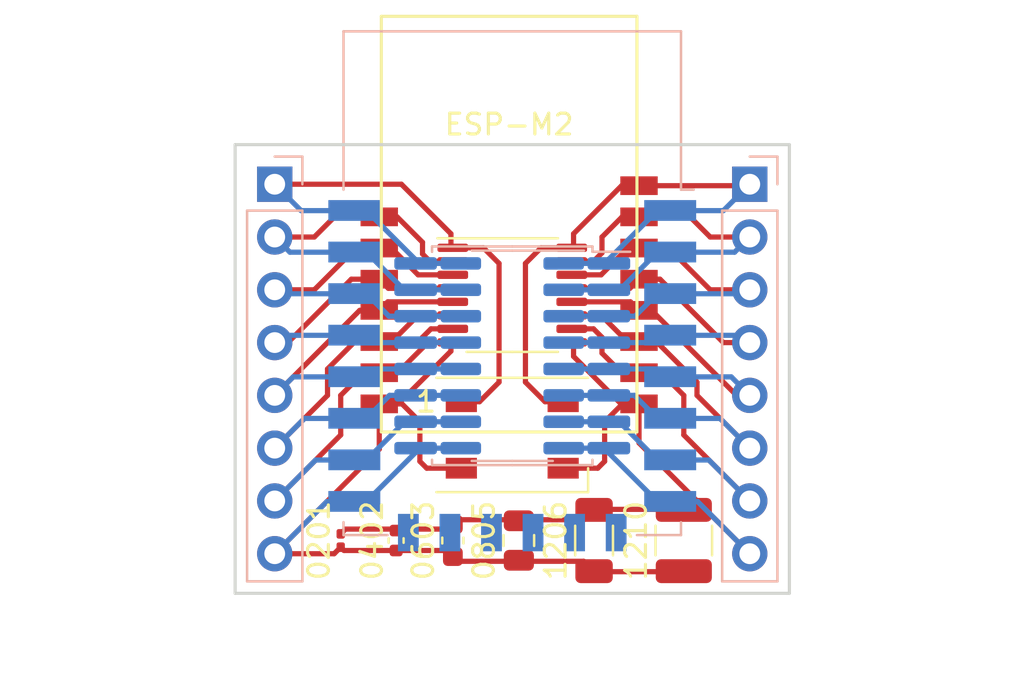
<source format=kicad_pcb>
(kicad_pcb (version 20211014) (generator pcbnew)
  (layers (0 "F.Cu" signal) (31 "B.Cu" signal) (34 "B.Paste" user) (35 "F.Paste" user) (36 "B.SilkS" user "B.Silkscreen") (37 "F.SilkS" user "F.Silkscreen") (38 "B.Mask" user) (39 "F.Mask" user) (44 "Edge.Cuts" user))
  (net 0 "")
  (footprint "Package_SO:TSSOP-16_4.4x5mm_P0.65mm" (layer "F.Cu") (at 152.4 80.264)
    (fp_text reference "REF**" hide)
    (fp_text value "TSSOP-16_4.4x5mm_P0.65mm")
    (fp_line (start 0 -2.735) (end -3.6 -2.735) (layer "F.SilkS") (width 0.12))
    (fp_line (start 0 2.735) (end -2.2 2.735) (layer "F.SilkS") (width 0.12))
    (fp_line (start 0 -2.735) (end 2.2 -2.735) (layer "F.SilkS") (width 0.12))
    (fp_line (start 0 2.735) (end 2.2 2.735) (layer "F.SilkS") (width 0.12))
    (pad "1" smd roundrect (at -2.8625 -2.275) (size 1.475 0.4) (layers "F.Cu" "F.Paste" "F.Mask"))
    (pad "2" smd roundrect (at -2.8625 -1.625) (size 1.475 0.4) (layers "F.Cu" "F.Paste" "F.Mask"))
    (pad "3" smd roundrect (at -2.8625 -0.975) (size 1.475 0.4) (layers "F.Cu" "F.Paste" "F.Mask"))
    (pad "4" smd roundrect (at -2.8625 -0.325) (size 1.475 0.4) (layers "F.Cu" "F.Paste" "F.Mask"))
    (pad "5" smd roundrect (at -2.8625 0.325) (size 1.475 0.4) (layers "F.Cu" "F.Paste" "F.Mask"))
    (pad "6" smd roundrect (at -2.8625 0.975) (size 1.475 0.4) (layers "F.Cu" "F.Paste" "F.Mask"))
    (pad "7" smd roundrect (at -2.8625 1.625) (size 1.475 0.4) (layers "F.Cu" "F.Paste" "F.Mask"))
    (pad "8" smd roundrect (at -2.8625 2.275) (size 1.475 0.4) (layers "F.Cu" "F.Paste" "F.Mask"))
    (pad "9" smd roundrect (at 2.8625 2.275) (size 1.475 0.4) (layers "F.Cu" "F.Paste" "F.Mask"))
    (pad "10" smd roundrect (at 2.8625 1.625) (size 1.475 0.4) (layers "F.Cu" "F.Paste" "F.Mask"))
    (pad "11" smd roundrect (at 2.8625 0.975) (size 1.475 0.4) (layers "F.Cu" "F.Paste" "F.Mask"))
    (pad "12" smd roundrect (at 2.8625 0.325) (size 1.475 0.4) (layers "F.Cu" "F.Paste" "F.Mask"))
    (pad "13" smd roundrect (at 2.8625 -0.325) (size 1.475 0.4) (layers "F.Cu" "F.Paste" "F.Mask"))
    (pad "14" smd roundrect (at 2.8625 -0.975) (size 1.475 0.4) (layers "F.Cu" "F.Paste" "F.Mask"))
    (pad "15" smd roundrect (at 2.8625 -1.625) (size 1.475 0.4) (layers "F.Cu" "F.Paste" "F.Mask"))
    (pad "16" smd roundrect (at 2.8625 -2.275) (size 1.475 0.4) (layers "F.Cu" "F.Paste" "F.Mask"))
  )
  (footprint "Capacitor_SMD:C_0201_0603Metric" (layer "F.Cu") (at 144.145 92.075 90)
    (fp_text reference "0201" (at 0 -1.05 90) (layer "F.SilkS"))
    (fp_text value "C_0201_0603Metric")
    (pad "1" smd roundrect (at -0.32 0 90) (size 0.46 0.4) (layers "F.Cu" "F.Mask"))
    (pad "2" smd roundrect (at 0.32 0 90) (size 0.46 0.4) (layers "F.Cu" "F.Mask"))
  )
  (footprint "Capacitor_SMD:C_0402_1005Metric" (layer "F.Cu") (at 146.812 92.075 90)
    (fp_text reference "0402" (at 0 -1.16 90) (layer "F.SilkS"))
    (fp_text value "C_0402_1005Metric")
    (fp_line (start -0.107836 -0.36) (end 0.107836 -0.36) (layer "F.SilkS") (width 0.12))
    (fp_line (start -0.107836 0.36) (end 0.107836 0.36) (layer "F.SilkS") (width 0.12))
    (pad "1" smd roundrect (at -0.48 0 90) (size 0.56 0.62) (layers "F.Cu" "F.Paste" "F.Mask"))
    (pad "2" smd roundrect (at 0.48 0 90) (size 0.56 0.62) (layers "F.Cu" "F.Paste" "F.Mask"))
  )
  (footprint "Capacitor_SMD:C_0603_1608Metric" (layer "F.Cu") (at 149.5425 92.075 90)
    (fp_text reference "0603" (at 0 -1.43 90) (layer "F.SilkS"))
    (fp_text value "C_0603_1608Metric")
    (fp_line (start -0.14058 -0.51) (end 0.14058 -0.51) (layer "F.SilkS") (width 0.12))
    (fp_line (start -0.14058 0.51) (end 0.14058 0.51) (layer "F.SilkS") (width 0.12))
    (pad "1" smd roundrect (at -0.775 0 90) (size 0.9 0.95) (layers "F.Cu" "F.Paste" "F.Mask"))
    (pad "2" smd roundrect (at 0.775 0 90) (size 0.9 0.95) (layers "F.Cu" "F.Paste" "F.Mask"))
  )
  (footprint "Capacitor_SMD:C_0805_2012Metric" (layer "F.Cu") (at 152.7175 92.075 90)
    (fp_text reference "0805" (at 0 -1.68 90) (layer "F.SilkS"))
    (fp_text value "C_0805_2012Metric")
    (fp_line (start -0.261252 0.735) (end 0.261252 0.735) (layer "F.SilkS") (width 0.12))
    (fp_line (start -0.261252 -0.735) (end 0.261252 -0.735) (layer "F.SilkS") (width 0.12))
    (pad "1" smd roundrect (at -0.95 0 90) (size 1 1.45) (layers "F.Cu" "F.Paste" "F.Mask"))
    (pad "2" smd roundrect (at 0.95 0 90) (size 1 1.45) (layers "F.Cu" "F.Paste" "F.Mask"))
  )
  (footprint "Capacitor_SMD:C_1206_3216Metric" (layer "F.Cu") (at 156.337 92.075 90)
    (fp_text reference "1206" (at 0 -1.85 90) (layer "F.SilkS"))
    (fp_text value "C_1206_3216Metric")
    (fp_line (start -0.711252 -0.91) (end 0.711252 -0.91) (layer "F.SilkS") (width 0.12))
    (fp_line (start -0.711252 0.91) (end 0.711252 0.91) (layer "F.SilkS") (width 0.12))
    (pad "1" smd roundrect (at -1.475 0 90) (size 1.15 1.8) (layers "F.Cu" "F.Paste" "F.Mask") (roundrect_rratio 0.217391))
    (pad "2" smd roundrect (at 1.475 0 90) (size 1.15 1.8) (layers "F.Cu" "F.Paste" "F.Mask") (roundrect_rratio 0.217391))
  )
  (footprint "Capacitor_SMD:C_1210_3225Metric" (layer "F.Cu") (at 160.655 92.075 90)
    (fp_text reference "1210" (at 0 -2.3 90) (layer "F.SilkS"))
    (fp_text value "C_1210_3225Metric")
    (fp_line (start -0.711252 -1.36) (end 0.711252 -1.36) (layer "F.SilkS") (width 0.12))
    (fp_line (start -0.711252 1.36) (end 0.711252 1.36) (layer "F.SilkS") (width 0.12))
    (pad "1" smd roundrect (at -1.475 0 90) (size 1.15 2.7) (layers "F.Cu" "F.Paste" "F.Mask") (roundrect_rratio 0.217391))
    (pad "2" smd roundrect (at 1.475 0 90) (size 1.15 2.7) (layers "F.Cu" "F.Paste" "F.Mask") (roundrect_rratio 0.217391))
  )
  (footprint "Sassa:ESP-M2" (layer "F.Cu") (at 146 76.5)
    (fp_text reference "ESP-M2" (at 6.25 -4.445) (layer "F.SilkS"))
    (fp_text value "ESP-M2")
    (fp_line (start 0.1 -9.65) (end 12.4 -9.65) (layer "F.SilkS") (width 0.15))
    (fp_line (start 0.1 10.35) (end 12.4 10.35) (layer "F.SilkS") (width 0.15))
    (fp_line (start 0.1 10.35) (end 0.1 -9.65) (layer "F.SilkS") (width 0.15))
    (fp_line (start 12.4 -9.65) (end 12.4 10.35) (layer "F.SilkS") (width 0.15))
    (pad "1" smd rect (at 0 0) (size 1.8 0.9) (layers "F.Cu" "F.Paste" "F.Mask"))
    (pad "2" smd rect (at 0 1.5) (size 1.8 0.9) (layers "F.Cu" "F.Paste" "F.Mask"))
    (pad "3" smd rect (at 0 3) (size 1.8 0.9) (layers "F.Cu" "F.Paste" "F.Mask"))
    (pad "4" smd rect (at 0 4.5) (size 1.8 0.9) (layers "F.Cu" "F.Paste" "F.Mask"))
    (pad "5" smd rect (at 0 6) (size 1.8 0.9) (layers "F.Cu" "F.Paste" "F.Mask"))
    (pad "6" smd rect (at 0 7.5) (size 1.8 0.9) (layers "F.Cu" "F.Paste" "F.Mask"))
    (pad "7" smd rect (at 0 9) (size 1.8 0.9) (layers "F.Cu" "F.Paste" "F.Mask"))
    (pad "8" smd rect (at 12.5 9) (size 1.8 0.9) (layers "F.Cu" "F.Paste" "F.Mask"))
    (pad "9" smd rect (at 12.5 7.5) (size 1.8 0.9) (layers "F.Cu" "F.Paste" "F.Mask"))
    (pad "10" smd rect (at 12.5 6) (size 1.8 0.9) (layers "F.Cu" "F.Paste" "F.Mask"))
    (pad "11" smd rect (at 12.5 4.5) (size 1.8 0.9) (layers "F.Cu" "F.Paste" "F.Mask"))
    (pad "12" smd rect (at 12.5 3) (size 1.8 0.9) (layers "F.Cu" "F.Paste" "F.Mask"))
    (pad "13" smd rect (at 12.5 1.5) (size 1.8 0.9) (layers "F.Cu" "F.Paste" "F.Mask"))
    (pad "14" smd rect (at 12.5 0) (size 1.8 0.9) (layers "F.Cu" "F.Paste" "F.Mask"))
    (pad "15" smd rect (at 12.5 -1.5) (size 1.8 0.9) (layers "F.Cu" "F.Paste" "F.Mask"))
  )
  (footprint "LED_SMD:LED_WS2812B_PLCC4_5.0x5.0mm_P3.2mm" (layer "F.Cu") (at 152.4 86.995)
    (fp_text reference "REF**" hide)
    (fp_text value "LED_WS2812B_PLCC4_5.0x5.0mm_P3.2mm")
    (fp_text user "1" (at -4.15 -1.6) (layer "F.SilkS"))
    (fp_line (start -3.65 -2.75) (end 3.65 -2.75) (layer "F.SilkS") (width 0.12))
    (fp_line (start -3.65 2.75) (end 3.65 2.75) (layer "F.SilkS") (width 0.12))
    (fp_line (start 3.65 2.75) (end 3.65 1.6) (layer "F.SilkS") (width 0.12))
    (pad "1" smd rect (at -2.45 -1.6) (size 1.5 1) (layers "F.Cu" "F.Paste" "F.Mask"))
    (pad "2" smd rect (at -2.45 1.6) (size 1.5 1) (layers "F.Cu" "F.Paste" "F.Mask"))
    (pad "3" smd rect (at 2.45 1.6) (size 1.5 1) (layers "F.Cu" "F.Paste" "F.Mask"))
    (pad "4" smd rect (at 2.45 -1.6) (size 1.5 1) (layers "F.Cu" "F.Paste" "F.Mask"))
  )
  (footprint "RF_Module:ESP-12E" (layer "B.Cu") (at 152.4 79.6925 180)
    (fp_text reference "REF**" hide)
    (fp_text value "ESP-12E")
    (fp_line (start -8.12 -12.12) (end -8.12 -11.5) (layer "B.SilkS") (width 0.12))
    (fp_line (start 8.12 -12.12) (end 6 -12.12) (layer "B.SilkS") (width 0.12))
    (fp_line (start -8.12 4.5) (end -8.12 12.12) (layer "B.SilkS") (width 0.12))
    (fp_line (start 8.12 12.12) (end 8.12 4.5) (layer "B.SilkS") (width 0.12))
    (fp_line (start 8.12 -11.5) (end 8.12 -12.12) (layer "B.SilkS") (width 0.12))
    (fp_line (start -6 -12.12) (end -8.12 -12.12) (layer "B.SilkS") (width 0.12))
    (fp_line (start -8.12 12.12) (end 8.12 12.12) (layer "B.SilkS") (width 0.12))
    (fp_line (start -8.12 4.5) (end -8.73 4.5) (layer "B.SilkS") (width 0.12))
    (pad "1" smd rect (at -7.6 3.5 180) (size 2.5 1) (layers "B.Cu" "B.Paste" "B.Mask"))
    (pad "2" smd rect (at -7.6 1.5 180) (size 2.5 1) (layers "B.Cu" "B.Paste" "B.Mask"))
    (pad "3" smd rect (at -7.6 -0.5 180) (size 2.5 1) (layers "B.Cu" "B.Paste" "B.Mask"))
    (pad "4" smd rect (at -7.6 -2.5 180) (size 2.5 1) (layers "B.Cu" "B.Paste" "B.Mask"))
    (pad "5" smd rect (at -7.6 -4.5 180) (size 2.5 1) (layers "B.Cu" "B.Paste" "B.Mask"))
    (pad "6" smd rect (at -7.6 -6.5 180) (size 2.5 1) (layers "B.Cu" "B.Paste" "B.Mask"))
    (pad "7" smd rect (at -7.6 -8.5 180) (size 2.5 1) (layers "B.Cu" "B.Paste" "B.Mask"))
    (pad "8" smd rect (at -7.6 -10.5 180) (size 2.5 1) (layers "B.Cu" "B.Paste" "B.Mask"))
    (pad "9" smd rect (at -5 -12 180) (size 1 1.8) (layers "B.Cu" "B.Paste" "B.Mask"))
    (pad "10" smd rect (at -3 -12 180) (size 1 1.8) (layers "B.Cu" "B.Paste" "B.Mask"))
    (pad "11" smd rect (at -1 -12 180) (size 1 1.8) (layers "B.Cu" "B.Paste" "B.Mask"))
    (pad "12" smd rect (at 1 -12 180) (size 1 1.8) (layers "B.Cu" "B.Paste" "B.Mask"))
    (pad "13" smd rect (at 3 -12 180) (size 1 1.8) (layers "B.Cu" "B.Paste" "B.Mask"))
    (pad "14" smd rect (at 5 -12 180) (size 1 1.8) (layers "B.Cu" "B.Paste" "B.Mask"))
    (pad "15" smd rect (at 7.6 -10.5 180) (size 2.5 1) (layers "B.Cu" "B.Paste" "B.Mask"))
    (pad "16" smd rect (at 7.6 -8.5 180) (size 2.5 1) (layers "B.Cu" "B.Paste" "B.Mask"))
    (pad "17" smd rect (at 7.6 -6.5 180) (size 2.5 1) (layers "B.Cu" "B.Paste" "B.Mask"))
    (pad "18" smd rect (at 7.6 -4.5 180) (size 2.5 1) (layers "B.Cu" "B.Paste" "B.Mask"))
    (pad "19" smd rect (at 7.6 -2.5 180) (size 2.5 1) (layers "B.Cu" "B.Paste" "B.Mask"))
    (pad "20" smd rect (at 7.6 -0.5 180) (size 2.5 1) (layers "B.Cu" "B.Paste" "B.Mask"))
    (pad "21" smd rect (at 7.6 1.5 180) (size 2.5 1) (layers "B.Cu" "B.Paste" "B.Mask"))
    (pad "22" smd rect (at 7.6 3.5 180) (size 2.5 1) (layers "B.Cu" "B.Paste" "B.Mask"))
  )
  (footprint "Connector_PinHeader_2.54mm:PinHeader_1x08_P2.54mm_Vertical" (layer "B.Cu") (at 163.83 74.93 180)
    (fp_text reference "REF**" hide)
    (fp_text value "PinHeader_1x08_P2.54mm_Vertical")
    (fp_line (start -1.33 1.33) (end 0 1.33) (layer "B.SilkS") (width 0.12))
    (fp_line (start -1.33 -19.11) (end 1.33 -19.11) (layer "B.SilkS") (width 0.12))
    (fp_line (start 1.33 -1.27) (end 1.33 -19.11) (layer "B.SilkS") (width 0.12))
    (fp_line (start -1.33 0) (end -1.33 1.33) (layer "B.SilkS") (width 0.12))
    (fp_line (start -1.33 -1.27) (end -1.33 -19.11) (layer "B.SilkS") (width 0.12))
    (fp_line (start -1.33 -1.27) (end 1.33 -1.27) (layer "B.SilkS") (width 0.12))
    (pad "1" thru_hole rect (at 0 0 180) (size 1.7 1.7) (drill 1) (layers *.Cu *.Mask))
    (pad "2" thru_hole oval (at 0 -2.54 180) (size 1.7 1.7) (drill 1) (layers *.Cu *.Mask))
    (pad "3" thru_hole oval (at 0 -5.08 180) (size 1.7 1.7) (drill 1) (layers *.Cu *.Mask))
    (pad "4" thru_hole oval (at 0 -7.62 180) (size 1.7 1.7) (drill 1) (layers *.Cu *.Mask))
    (pad "5" thru_hole oval (at 0 -10.16 180) (size 1.7 1.7) (drill 1) (layers *.Cu *.Mask))
    (pad "6" thru_hole oval (at 0 -12.7 180) (size 1.7 1.7) (drill 1) (layers *.Cu *.Mask))
    (pad "7" thru_hole oval (at 0 -15.24 180) (size 1.7 1.7) (drill 1) (layers *.Cu *.Mask))
    (pad "8" thru_hole oval (at 0 -17.78 180) (size 1.7 1.7) (drill 1) (layers *.Cu *.Mask))
  )
  (footprint "Connector_PinHeader_2.54mm:PinHeader_1x08_P2.54mm_Vertical" (layer "B.Cu") (at 140.97 74.93 180)
    (fp_text reference "REF**" hide)
    (fp_text value "PinHeader_1x08_P2.54mm_Vertical")
    (fp_line (start -1.33 0) (end -1.33 1.33) (layer "B.SilkS") (width 0.12))
    (fp_line (start -1.33 -1.27) (end 1.33 -1.27) (layer "B.SilkS") (width 0.12))
    (fp_line (start 1.33 -1.27) (end 1.33 -19.11) (layer "B.SilkS") (width 0.12))
    (fp_line (start -1.33 -1.27) (end -1.33 -19.11) (layer "B.SilkS") (width 0.12))
    (fp_line (start -1.33 1.33) (end 0 1.33) (layer "B.SilkS") (width 0.12))
    (fp_line (start -1.33 -19.11) (end 1.33 -19.11) (layer "B.SilkS") (width 0.12))
    (pad "1" thru_hole rect (at 0 0 180) (size 1.7 1.7) (drill 1) (layers *.Cu *.Mask))
    (pad "2" thru_hole oval (at 0 -2.54 180) (size 1.7 1.7) (drill 1) (layers *.Cu *.Mask))
    (pad "3" thru_hole oval (at 0 -5.08 180) (size 1.7 1.7) (drill 1) (layers *.Cu *.Mask))
    (pad "4" thru_hole oval (at 0 -7.62 180) (size 1.7 1.7) (drill 1) (layers *.Cu *.Mask))
    (pad "5" thru_hole oval (at 0 -10.16 180) (size 1.7 1.7) (drill 1) (layers *.Cu *.Mask))
    (pad "6" thru_hole oval (at 0 -12.7 180) (size 1.7 1.7) (drill 1) (layers *.Cu *.Mask))
    (pad "7" thru_hole oval (at 0 -15.24 180) (size 1.7 1.7) (drill 1) (layers *.Cu *.Mask))
    (pad "8" thru_hole oval (at 0 -17.78 180) (size 1.7 1.7) (drill 1) (layers *.Cu *.Mask))
  )
  (footprint "Package_SO:SOIC-16_3.9x9.9mm_P1.27mm" (layer "B.Cu") (at 152.4 83.185 180)
    (fp_text reference "REF**" hide)
    (fp_text value "SOIC-16_3.9x9.9mm_P1.27mm")
    (fp_line (start 0 -5.06) (end 1.95 -5.06) (layer "B.SilkS") (width 0.12))
    (fp_line (start 0 5.06) (end 1.95 5.06) (layer "B.SilkS") (width 0.12))
    (fp_line (start 0 5.06) (end -3.45 5.06) (layer "B.SilkS") (width 0.12))
    (fp_line (start 0 -5.06) (end -1.95 -5.06) (layer "B.SilkS") (width 0.12))
    (pad "1" smd roundrect (at -2.475 4.445 180) (size 1.95 0.6) (layers "B.Cu" "B.Paste" "B.Mask"))
    (pad "2" smd roundrect (at -2.475 3.175 180) (size 1.95 0.6) (layers "B.Cu" "B.Paste" "B.Mask"))
    (pad "3" smd roundrect (at -2.475 1.905 180) (size 1.95 0.6) (layers "B.Cu" "B.Paste" "B.Mask"))
    (pad "4" smd roundrect (at -2.475 0.635 180) (size 1.95 0.6) (layers "B.Cu" "B.Paste" "B.Mask"))
    (pad "5" smd roundrect (at -2.475 -0.635 180) (size 1.95 0.6) (layers "B.Cu" "B.Paste" "B.Mask"))
    (pad "6" smd roundrect (at -2.475 -1.905 180) (size 1.95 0.6) (layers "B.Cu" "B.Paste" "B.Mask"))
    (pad "7" smd roundrect (at -2.475 -3.175 180) (size 1.95 0.6) (layers "B.Cu" "B.Paste" "B.Mask"))
    (pad "8" smd roundrect (at -2.475 -4.445 180) (size 1.95 0.6) (layers "B.Cu" "B.Paste" "B.Mask"))
    (pad "9" smd roundrect (at 2.475 -4.445 180) (size 1.95 0.6) (layers "B.Cu" "B.Paste" "B.Mask"))
    (pad "10" smd roundrect (at 2.475 -3.175 180) (size 1.95 0.6) (layers "B.Cu" "B.Paste" "B.Mask"))
    (pad "11" smd roundrect (at 2.475 -1.905 180) (size 1.95 0.6) (layers "B.Cu" "B.Paste" "B.Mask"))
    (pad "12" smd roundrect (at 2.475 -0.635 180) (size 1.95 0.6) (layers "B.Cu" "B.Paste" "B.Mask"))
    (pad "13" smd roundrect (at 2.475 0.635 180) (size 1.95 0.6) (layers "B.Cu" "B.Paste" "B.Mask"))
    (pad "14" smd roundrect (at 2.475 1.905 180) (size 1.95 0.6) (layers "B.Cu" "B.Paste" "B.Mask"))
    (pad "15" smd roundrect (at 2.475 3.175 180) (size 1.95 0.6) (layers "B.Cu" "B.Paste" "B.Mask"))
    (pad "16" smd roundrect (at 2.475 4.445 180) (size 1.95 0.6) (layers "B.Cu" "B.Paste" "B.Mask"))
  )
  (footprint "Package_SO:SOIC-16W_7.5x10.3mm_P1.27mm" (layer "B.Cu") (at 152.4 83.185 180)
    (fp_text reference "REF**" hide)
    (fp_text value "SOIC-16W_7.5x10.3mm_P1.27mm")
    (fp_line (start 0 5.26) (end -3.86 5.26) (layer "B.SilkS") (width 0.12))
    (fp_line (start -3.86 -5.26) (end -3.86 -5.005) (layer "B.SilkS") (width 0.12))
    (fp_line (start -3.86 5.005) (end -5.675 5.005) (layer "B.SilkS") (width 0.12))
    (fp_line (start -3.86 5.26) (end -3.86 5.005) (layer "B.SilkS") (width 0.12))
    (fp_line (start 0 -5.26) (end -3.86 -5.26) (layer "B.SilkS") (width 0.12))
    (fp_line (start 0 -5.26) (end 3.86 -5.26) (layer "B.SilkS") (width 0.12))
    (fp_line (start 3.86 -5.26) (end 3.86 -5.005) (layer "B.SilkS") (width 0.12))
    (fp_line (start 3.86 5.26) (end 3.86 5.005) (layer "B.SilkS") (width 0.12))
    (fp_line (start 0 5.26) (end 3.86 5.26) (layer "B.SilkS") (width 0.12))
    (pad "1" smd roundrect (at -4.65 4.445 180) (size 2.05 0.6) (layers "B.Cu" "B.Paste" "B.Mask"))
    (pad "2" smd roundrect (at -4.65 3.175 180) (size 2.05 0.6) (layers "B.Cu" "B.Paste" "B.Mask"))
    (pad "3" smd roundrect (at -4.65 1.905 180) (size 2.05 0.6) (layers "B.Cu" "B.Paste" "B.Mask"))
    (pad "4" smd roundrect (at -4.65 0.635 180) (size 2.05 0.6) (layers "B.Cu" "B.Paste" "B.Mask"))
    (pad "5" smd roundrect (at -4.65 -0.635 180) (size 2.05 0.6) (layers "B.Cu" "B.Paste" "B.Mask"))
    (pad "6" smd roundrect (at -4.65 -1.905 180) (size 2.05 0.6) (layers "B.Cu" "B.Paste" "B.Mask"))
    (pad "7" smd roundrect (at -4.65 -3.175 180) (size 2.05 0.6) (layers "B.Cu" "B.Paste" "B.Mask"))
    (pad "8" smd roundrect (at -4.65 -4.445 180) (size 2.05 0.6) (layers "B.Cu" "B.Paste" "B.Mask"))
    (pad "9" smd roundrect (at 4.65 -4.445 180) (size 2.05 0.6) (layers "B.Cu" "B.Paste" "B.Mask"))
    (pad "10" smd roundrect (at 4.65 -3.175 180) (size 2.05 0.6) (layers "B.Cu" "B.Paste" "B.Mask"))
    (pad "11" smd roundrect (at 4.65 -1.905 180) (size 2.05 0.6) (layers "B.Cu" "B.Paste" "B.Mask"))
    (pad "12" smd roundrect (at 4.65 -0.635 180) (size 2.05 0.6) (layers "B.Cu" "B.Paste" "B.Mask"))
    (pad "13" smd roundrect (at 4.65 0.635 180) (size 2.05 0.6) (layers "B.Cu" "B.Paste" "B.Mask"))
    (pad "14" smd roundrect (at 4.65 1.905 180) (size 2.05 0.6) (layers "B.Cu" "B.Paste" "B.Mask"))
    (pad "15" smd roundrect (at 4.65 3.175 180) (size 2.05 0.6) (layers "B.Cu" "B.Paste" "B.Mask"))
    (pad "16" smd roundrect (at 4.65 4.445 180) (size 2.05 0.6) (layers "B.Cu" "B.Paste" "B.Mask"))
  )
  (gr_line (start 165.735 94.615) (end 139.065 94.615) (layer "Edge.Cuts") (width 0.15))
  (gr_line (start 139.065 73.025) (end 165.735 73.025) (layer "Edge.Cuts") (width 0.15))
  (gr_line (start 139.065 94.615) (end 139.065 73.025) (layer "Edge.Cuts") (width 0.15))
  (gr_line (start 165.735 73.025) (end 165.735 94.615) (layer "Edge.Cuts") (width 0.15))
  (segment (start 157.966 78) (end 158.5 78) (width 0.25) (layer "F.Cu") (net 0))
  (segment (start 157.688 76.5) (end 158.5 76.5) (width 0.25) (layer "F.Cu") (net 0))
  (segment (start 157.664 75) (end 155.35 77.314) (width 0.25) (layer "F.Cu") (net 0))
  (segment (start 155.35 77.314) (end 155.35 78.0525) (width 0.25) (layer "F.Cu") (net 0))
  (segment (start 147.066 74.93) (end 149.45 77.314) (width 0.25) (layer "F.Cu") (net 0))
  (segment (start 149.45 77.314) (end 149.45 78.0525) (width 0.25) (layer "F.Cu") (net 0))
  (segment (start 158.47 80.97) (end 158.5 81) (width 0.25) (layer "F.Cu") (net 0))
  (segment (start 158.061 79.939) (end 158.5 79.5) (width 0.25) (layer "F.Cu") (net 0))
  (segment (start 157.688 76.5) (end 158.5 76.5) (width 0.25) (layer "F.Cu") (net 0))
  (segment (start 156.311 78.639) (end 156.718 78.232) (width 0.25) (layer "F.Cu") (net 0))
  (segment (start 156.718 78.232) (end 156.718 77.47) (width 0.25) (layer "F.Cu") (net 0))
  (segment (start 156.718 77.47) (end 157.688 76.5) (width 0.25) (layer "F.Cu") (net 0))
  (segment (start 157.688 76.5) (end 158.5 76.5) (width 0.25) (layer "F.Cu") (net 0))
  (segment (start 156.677 79.289) (end 157.966 78) (width 0.25) (layer "F.Cu") (net 0))
  (segment (start 157.966 78) (end 158.5 78) (width 0.25) (layer "F.Cu") (net 0))
  (segment (start 156.677 81.239) (end 157.938 82.5) (width 0.25) (layer "F.Cu") (net 0))
  (segment (start 157.938 82.5) (end 158.5 82.5) (width 0.25) (layer "F.Cu") (net 0))
  (segment (start 156.311 81.889) (end 156.718 82.296) (width 0.25) (layer "F.Cu") (net 0))
  (segment (start 156.718 82.296) (end 156.718 83.058) (width 0.25) (layer "F.Cu") (net 0))
  (segment (start 156.718 83.058) (end 157.66 84) (width 0.25) (layer "F.Cu") (net 0))
  (segment (start 157.66 84) (end 158.5 84) (width 0.25) (layer "F.Cu") (net 0))
  (segment (start 157.636 85.5) (end 155.35 83.214) (width 0.25) (layer "F.Cu") (net 0))
  (segment (start 155.35 83.214) (end 155.35 82.539) (width 0.25) (layer "F.Cu") (net 0))
  (segment (start 146.91 85.5) (end 149.45 82.96) (width 0.25) (layer "F.Cu") (net 0))
  (segment (start 149.45 82.96) (end 149.45 82.539) (width 0.25) (layer "F.Cu") (net 0))
  (segment (start 148.437 78.639) (end 148.082 78.284) (width 0.25) (layer "F.Cu") (net 0))
  (segment (start 148.082 78.284) (end 148.082 77.724) (width 0.25) (layer "F.Cu") (net 0))
  (segment (start 148.082 77.724) (end 146.858 76.5) (width 0.25) (layer "F.Cu") (net 0))
  (segment (start 146.858 76.5) (end 146 76.5) (width 0.25) (layer "F.Cu") (net 0))
  (segment (start 147.869 79.289) (end 146.58 78) (width 0.25) (layer "F.Cu") (net 0))
  (segment (start 146.58 78) (end 146 78) (width 0.25) (layer "F.Cu") (net 0))
  (segment (start 146.439 79.939) (end 146 79.5) (width 0.25) (layer "F.Cu") (net 0))
  (segment (start 146.411 80.589) (end 146 81) (width 0.25) (layer "F.Cu") (net 0))
  (segment (start 147.869 81.239) (end 146.608 82.5) (width 0.25) (layer "F.Cu") (net 0))
  (segment (start 146.608 82.5) (end 146 82.5) (width 0.25) (layer "F.Cu") (net 0))
  (segment (start 148.489 81.889) (end 148.082 82.296) (width 0.25) (layer "F.Cu") (net 0))
  (segment (start 148.082 82.296) (end 148.082 82.804) (width 0.25) (layer "F.Cu") (net 0))
  (segment (start 148.082 82.804) (end 146.886 84) (width 0.25) (layer "F.Cu") (net 0))
  (segment (start 146.886 84) (end 146 84) (width 0.25) (layer "F.Cu") (net 0))
  (segment (start 159.565 84) (end 160.655 85.09) (width 0.25) (layer "F.Cu") (net 0))
  (segment (start 160.655 85.09) (end 160.655 86.995) (width 0.25) (layer "F.Cu") (net 0))
  (segment (start 160.655 86.995) (end 163.83 90.17) (width 0.25) (layer "F.Cu") (net 0))
  (segment (start 159.335 82.5) (end 161.29 84.455) (width 0.25) (layer "F.Cu") (net 0))
  (segment (start 161.29 84.455) (end 161.29 85.09) (width 0.25) (layer "F.Cu") (net 0))
  (segment (start 161.29 85.09) (end 163.83 87.63) (width 0.25) (layer "F.Cu") (net 0))
  (segment (start 159.51 79.5) (end 162.56 82.55) (width 0.25) (layer "F.Cu") (net 0))
  (segment (start 162.56 82.55) (end 163.83 82.55) (width 0.25) (layer "F.Cu") (net 0))
  (segment (start 159.915 78) (end 161.925 80.01) (width 0.25) (layer "F.Cu") (net 0))
  (segment (start 161.925 80.01) (end 163.83 80.01) (width 0.25) (layer "F.Cu") (net 0))
  (segment (start 160.955 76.5) (end 161.925 77.47) (width 0.25) (layer "F.Cu") (net 0))
  (segment (start 161.925 77.47) (end 163.83 77.47) (width 0.25) (layer "F.Cu") (net 0))
  (segment (start 163.76 75) (end 163.83 74.93) (width 0.25) (layer "F.Cu") (net 0))
  (segment (start 145.235 84) (end 144.145 85.09) (width 0.25) (layer "F.Cu") (net 0))
  (segment (start 144.145 85.09) (end 144.145 86.995) (width 0.25) (layer "F.Cu") (net 0))
  (segment (start 144.145 86.995) (end 140.97 90.17) (width 0.25) (layer "F.Cu") (net 0))
  (segment (start 144.83 82.5) (end 143.51 83.82) (width 0.25) (layer "F.Cu") (net 0))
  (segment (start 143.51 83.82) (end 143.51 85.09) (width 0.25) (layer "F.Cu") (net 0))
  (segment (start 143.51 85.09) (end 140.97 87.63) (width 0.25) (layer "F.Cu") (net 0))
  (segment (start 145.06 81) (end 140.97 85.09) (width 0.25) (layer "F.Cu") (net 0))
  (segment (start 144.655 79.5) (end 141.605 82.55) (width 0.25) (layer "F.Cu") (net 0))
  (segment (start 141.605 82.55) (end 140.97 82.55) (width 0.25) (layer "F.Cu") (net 0))
  (segment (start 144.885 78) (end 142.875 80.01) (width 0.25) (layer "F.Cu") (net 0))
  (segment (start 142.875 80.01) (end 140.97 80.01) (width 0.25) (layer "F.Cu") (net 0))
  (segment (start 143.845 76.5) (end 142.875 77.47) (width 0.25) (layer "F.Cu") (net 0))
  (segment (start 142.875 77.47) (end 140.97 77.47) (width 0.25) (layer "F.Cu") (net 0))
  (segment (start 151.014 77.989) (end 151.765 78.74) (width 0.25) (layer "F.Cu") (net 0))
  (segment (start 151.765 78.74) (end 151.765 84.455) (width 0.25) (layer "F.Cu") (net 0))
  (segment (start 153.786 77.989) (end 153.035 78.74) (width 0.25) (layer "F.Cu") (net 0))
  (segment (start 153.035 78.74) (end 153.035 84.455) (width 0.25) (layer "F.Cu") (net 0))
  (segment (start 150.825 85.395) (end 151.765 84.455) (width 0.25) (layer "F.Cu") (net 0))
  (segment (start 153.975 85.395) (end 153.035 84.455) (width 0.25) (layer "F.Cu") (net 0))
  (segment (start 156.515 88.595) (end 156.845 88.265) (width 0.25) (layer "F.Cu") (net 0))
  (segment (start 156.845 88.265) (end 156.845 86.36) (width 0.25) (layer "F.Cu") (net 0))
  (segment (start 156.845 86.36) (end 157.705 85.5) (width 0.25) (layer "F.Cu") (net 0))
  (segment (start 157.705 85.5) (end 158.5 85.5) (width 0.25) (layer "F.Cu") (net 0))
  (segment (start 148.285 88.595) (end 147.955 88.265) (width 0.25) (layer "F.Cu") (net 0))
  (segment (start 147.955 88.265) (end 147.955 86.36) (width 0.25) (layer "F.Cu") (net 0))
  (segment (start 147.955 86.36) (end 147.095 85.5) (width 0.25) (layer "F.Cu") (net 0))
  (segment (start 147.095 85.5) (end 146 85.5) (width 0.25) (layer "F.Cu") (net 0))
  (segment (start 158.5 85.5) (end 157.636 85.5) (width 0.25) (layer "F.Cu") (net 0))
  (segment (start 146 82.5) (end 144.83 82.5) (width 0.25) (layer "F.Cu") (net 0))
  (segment (start 143.83 92.71) (end 144.145 92.395) (width 0.25) (layer "F.Cu") (net 0))
  (segment (start 146 87.68) (end 140.97 92.71) (width 0.25) (layer "F.Cu") (net 0))
  (segment (start 155.35 80.589) (end 158.089 80.589) (width 0.25) (layer "F.Cu") (net 0))
  (segment (start 158.5 79.5) (end 159.51 79.5) (width 0.25) (layer "F.Cu") (net 0))
  (segment (start 149.3425 91.525) (end 144.375 91.525) (width 0.25) (layer "F.Cu") (net 0))
  (segment (start 149.45 77.989) (end 151.014 77.989) (width 0.25) (layer "F.Cu") (net 0))
  (segment (start 146 76.5) (end 143.845 76.5) (width 0.25) (layer "F.Cu") (net 0))
  (segment (start 149.9 88.595) (end 148.285 88.595) (width 0.25) (layer "F.Cu") (net 0))
  (segment (start 155.35 77.989) (end 153.786 77.989) (width 0.25) (layer "F.Cu") (net 0))
  (segment (start 149.45 79.289) (end 147.869 79.289) (width 0.25) (layer "F.Cu") (net 0))
  (segment (start 158.5 87.38) (end 163.83 92.71) (width 0.25) (layer "F.Cu") (net 0))
  (segment (start 159.105 81) (end 163.195 85.09) (width 0.25) (layer "F.Cu") (net 0))
  (segment (start 144.375 91.525) (end 144.145 91.755) (width 0.25) (layer "F.Cu") (net 0))
  (segment (start 160.655 90.575) (end 156.337 90.575) (width 0.25) (layer "F.Cu") (net 0))
  (segment (start 149.45 81.889) (end 148.489 81.889) (width 0.25) (layer "F.Cu") (net 0))
  (segment (start 155.35 81.889) (end 156.311 81.889) (width 0.25) (layer "F.Cu") (net 0))
  (segment (start 158.5 76.5) (end 160.955 76.5) (width 0.25) (layer "F.Cu") (net 0))
  (segment (start 149.7925 91.075) (end 149.3425 91.525) (width 0.25) (layer "F.Cu") (net 0))
  (segment (start 155.837 91.075) (end 149.7925 91.075) (width 0.25) (layer "F.Cu") (net 0))
  (segment (start 158.5 78) (end 159.915 78) (width 0.25) (layer "F.Cu") (net 0))
  (segment (start 146 79.5) (end 144.655 79.5) (width 0.25) (layer "F.Cu") (net 0))
  (segment (start 156.337 93.575) (end 160.655 93.575) (width 0.25) (layer "F.Cu") (net 0))
  (segment (start 146 85.5) (end 146 87.68) (width 0.25) (layer "F.Cu") (net 0))
  (segment (start 146 84) (end 145.235 84) (width 0.25) (layer "F.Cu") (net 0))
  (segment (start 158.5 84) (end 159.565 84) (width 0.25) (layer "F.Cu") (net 0))
  (segment (start 149.45 80.589) (end 146.411 80.589) (width 0.25) (layer "F.Cu") (net 0))
  (segment (start 140.97 74.93) (end 147.066 74.93) (width 0.25) (layer "F.Cu") (net 0))
  (segment (start 149.2725 92.555) (end 149.7925 93.075) (width 0.25) (layer "F.Cu") (net 0))
  (segment (start 146 78) (end 144.885 78) (width 0.25) (layer "F.Cu") (net 0))
  (segment (start 158.5 75) (end 157.664 75) (width 0.25) (layer "F.Cu") (net 0))
  (segment (start 149.45 81.239) (end 147.869 81.239) (width 0.25) (layer "F.Cu") (net 0))
  (segment (start 156.337 90.575) (end 155.837 91.075) (width 0.25) (layer "F.Cu") (net 0))
  (segment (start 158.5 85.5) (end 158.5 87.38) (width 0.25) (layer "F.Cu") (net 0))
  (segment (start 140.97 92.71) (end 143.83 92.71) (width 0.25) (layer "F.Cu") (net 0))
  (segment (start 149.7925 93.075) (end 155.837 93.075) (width 0.25) (layer "F.Cu") (net 0))
  (segment (start 149.45 79.939) (end 146.439 79.939) (width 0.25) (layer "F.Cu") (net 0))
  (segment (start 155.35 81.239) (end 156.677 81.239) (width 0.25) (layer "F.Cu") (net 0))
  (segment (start 146 85.5) (end 146.91 85.5) (width 0.25) (layer "F.Cu") (net 0))
  (segment (start 158.5 82.5) (end 159.335 82.5) (width 0.25) (layer "F.Cu") (net 0))
  (segment (start 158.089 80.589) (end 158.5 81) (width 0.25) (layer "F.Cu") (net 0))
  (segment (start 155.35 79.939) (end 158.061 79.939) (width 0.25) (layer "F.Cu") (net 0))
  (segment (start 158.5 75) (end 163.76 75) (width 0.25) (layer "F.Cu") (net 0))
  (segment (start 163.195 85.09) (end 163.83 85.09) (width 0.25) (layer "F.Cu") (net 0))
  (segment (start 154.9 85.395) (end 153.975 85.395) (width 0.25) (layer "F.Cu") (net 0))
  (segment (start 149.9 85.395) (end 150.825 85.395) (width 0.25) (layer "F.Cu") (net 0))
  (segment (start 155.837 93.075) (end 156.337 93.575) (width 0.25) (layer "F.Cu") (net 0))
  (segment (start 154.9 88.595) (end 156.515 88.595) (width 0.25) (layer "F.Cu") (net 0))
  (segment (start 155.35 79.289) (end 156.677 79.289) (width 0.25) (layer "F.Cu") (net 0))
  (segment (start 144.145 92.395) (end 144.305 92.555) (width 0.25) (layer "F.Cu") (net 0))
  (segment (start 146 81) (end 145.06 81) (width 0.25) (layer "F.Cu") (net 0))
  (segment (start 155.35 78.639) (end 156.311 78.639) (width 0.25) (layer "F.Cu") (net 0))
  (segment (start 144.305 92.555) (end 149.2725 92.555) (width 0.25) (layer "F.Cu") (net 0))
  (segment (start 149.45 78.639) (end 148.437 78.639) (width 0.25) (layer "F.Cu") (net 0))
  (segment (start 162.56 76.2) (end 163.83 74.93) (width 0.25) (layer "B.Cu") (net 0))
  (segment (start 163.1 78.2) (end 163.83 77.47) (width 0.25) (layer "B.Cu") (net 0))
  (segment (start 163.64 80.2) (end 163.83 80.01) (width 0.25) (layer "B.Cu") (net 0))
  (segment (start 163.48 82.2) (end 163.83 82.55) (width 0.25) (layer "B.Cu") (net 0))
  (segment (start 162.94 84.2) (end 163.83 85.09) (width 0.25) (layer "B.Cu") (net 0))
  (segment (start 162.4 86.2) (end 163.83 87.63) (width 0.25) (layer "B.Cu") (net 0))
  (segment (start 142.24 76.2) (end 140.97 74.93) (width 0.25) (layer "B.Cu") (net 0))
  (segment (start 141.7 78.2) (end 140.97 77.47) (width 0.25) (layer "B.Cu") (net 0))
  (segment (start 141.16 80.2) (end 140.97 80.01) (width 0.25) (layer "B.Cu") (net 0))
  (segment (start 141.32 82.2) (end 140.97 82.55) (width 0.25) (layer "B.Cu") (net 0))
  (segment (start 141.86 84.2) (end 140.97 85.09) (width 0.25) (layer "B.Cu") (net 0))
  (segment (start 142.4 86.2) (end 140.97 87.63) (width 0.25) (layer "B.Cu") (net 0))
  (segment (start 161.86 88.2) (end 163.83 90.17) (width 0.25) (layer "B.Cu") (net 0))
  (segment (start 161.32 90.2) (end 163.83 92.71) (width 0.25) (layer "B.Cu") (net 0))
  (segment (start 142.94 88.2) (end 140.97 90.17) (width 0.25) (layer "B.Cu") (net 0))
  (segment (start 143.48 90.2) (end 140.97 92.71) (width 0.25) (layer "B.Cu") (net 0))
  (segment (start 147.195 80.01) (end 145.385 78.2) (width 0.25) (layer "B.Cu") (net 0))
  (segment (start 146.465 81.28) (end 145.385 80.2) (width 0.25) (layer "B.Cu") (net 0))
  (segment (start 145.735 82.55) (end 145.385 82.2) (width 0.25) (layer "B.Cu") (net 0))
  (segment (start 145.765 83.82) (end 145.385 84.2) (width 0.25) (layer "B.Cu") (net 0))
  (segment (start 146.495 85.09) (end 145.385 86.2) (width 0.25) (layer "B.Cu") (net 0))
  (segment (start 147.225 86.36) (end 145.385 88.2) (width 0.25) (layer "B.Cu") (net 0))
  (segment (start 147.75 87.835) (end 145.385 90.2) (width 0.25) (layer "B.Cu") (net 0))
  (segment (start 157.05 87.865) (end 159.385 90.2) (width 0.25) (layer "B.Cu") (net 0))
  (segment (start 157.545 86.36) (end 159.385 88.2) (width 0.25) (layer "B.Cu") (net 0))
  (segment (start 158.275 85.09) (end 159.385 86.2) (width 0.25) (layer "B.Cu") (net 0))
  (segment (start 159.005 83.82) (end 159.385 84.2) (width 0.25) (layer "B.Cu") (net 0))
  (segment (start 159.035 82.55) (end 159.385 82.2) (width 0.25) (layer "B.Cu") (net 0))
  (segment (start 158.305 81.28) (end 159.385 80.2) (width 0.25) (layer "B.Cu") (net 0))
  (segment (start 157.575 80.01) (end 159.385 78.2) (width 0.25) (layer "B.Cu") (net 0))
  (segment (start 157.05 78.535) (end 159.385 76.2) (width 0.25) (layer "B.Cu") (net 0))
  (segment (start 147.75 78.565) (end 145.385 76.2) (width 0.25) (layer "B.Cu") (net 0))
  (segment (start 157.05 85.09) (end 158.275 85.09) (width 0.25) (layer "B.Cu") (net 0))
  (segment (start 157.05 80.01) (end 157.575 80.01) (width 0.25) (layer "B.Cu") (net 0))
  (segment (start 159.385 86.2) (end 162.4 86.2) (width 0.25) (layer "B.Cu") (net 0))
  (segment (start 149.7 86.36) (end 147.75 86.36) (width 0.25) (layer "B.Cu") (net 0))
  (segment (start 145.385 90.2) (end 143.48 90.2) (width 0.25) (layer "B.Cu") (net 0))
  (segment (start 157.05 87.63) (end 157.05 87.865) (width 0.25) (layer "B.Cu") (net 0))
  (segment (start 147.75 80.01) (end 147.195 80.01) (width 0.25) (layer "B.Cu") (net 0))
  (segment (start 145.385 76.2) (end 142.24 76.2) (width 0.25) (layer "B.Cu") (net 0))
  (segment (start 147.75 81.28) (end 146.465 81.28) (width 0.25) (layer "B.Cu") (net 0))
  (segment (start 145.385 86.2) (end 142.4 86.2) (width 0.25) (layer "B.Cu") (net 0))
  (segment (start 145.385 80.2) (end 141.16 80.2) (width 0.25) (layer "B.Cu") (net 0))
  (segment (start 157.05 86.36) (end 157.545 86.36) (width 0.25) (layer "B.Cu") (net 0))
  (segment (start 149.7 82.55) (end 147.75 82.55) (width 0.25) (layer "B.Cu") (net 0))
  (segment (start 155.1 87.63) (end 157.05 87.63) (width 0.25) (layer "B.Cu") (net 0))
  (segment (start 145.385 82.2) (end 141.32 82.2) (width 0.25) (layer "B.Cu") (net 0))
  (segment (start 155.1 82.55) (end 157.05 82.55) (width 0.25) (layer "B.Cu") (net 0))
  (segment (start 149.7 83.82) (end 147.75 83.82) (width 0.25) (layer "B.Cu") (net 0))
  (segment (start 159.385 84.2) (end 162.94 84.2) (width 0.25) (layer "B.Cu") (net 0))
  (segment (start 145.385 78.2) (end 141.7 78.2) (width 0.25) (layer "B.Cu") (net 0))
  (segment (start 155.1 78.74) (end 157.05 78.74) (width 0.25) (layer "B.Cu") (net 0))
  (segment (start 159.385 78.2) (end 163.1 78.2) (width 0.25) (layer "B.Cu") (net 0))
  (segment (start 159.385 80.2) (end 163.64 80.2) (width 0.25) (layer "B.Cu") (net 0))
  (segment (start 149.7 85.09) (end 147.75 85.09) (width 0.25) (layer "B.Cu") (net 0))
  (segment (start 147.75 82.55) (end 145.735 82.55) (width 0.25) (layer "B.Cu") (net 0))
  (segment (start 147.75 86.36) (end 147.225 86.36) (width 0.25) (layer "B.Cu") (net 0))
  (segment (start 157.05 78.74) (end 157.05 78.535) (width 0.25) (layer "B.Cu") (net 0))
  (segment (start 147.75 85.09) (end 146.495 85.09) (width 0.25) (layer "B.Cu") (net 0))
  (segment (start 155.1 80.01) (end 157.05 80.01) (width 0.25) (layer "B.Cu") (net 0))
  (segment (start 159.385 76.2) (end 162.56 76.2) (width 0.25) (layer "B.Cu") (net 0))
  (segment (start 147.75 78.74) (end 147.75 78.565) (width 0.25) (layer "B.Cu") (net 0))
  (segment (start 155.1 85.09) (end 157.05 85.09) (width 0.25) (layer "B.Cu") (net 0))
  (segment (start 145.385 84.2) (end 141.86 84.2) (width 0.25) (layer "B.Cu") (net 0))
  (segment (start 155.1 86.36) (end 157.05 86.36) (width 0.25) (layer "B.Cu") (net 0))
  (segment (start 149.7 87.63) (end 147.75 87.63) (width 0.25) (layer "B.Cu") (net 0))
  (segment (start 159.385 90.2) (end 161.32 90.2) (width 0.25) (layer "B.Cu") (net 0))
  (segment (start 147.75 87.63) (end 147.75 87.835) (width 0.25) (layer "B.Cu") (net 0))
  (segment (start 147.75 83.82) (end 145.765 83.82) (width 0.25) (layer "B.Cu") (net 0))
  (segment (start 159.385 88.2) (end 161.86 88.2) (width 0.25) (layer "B.Cu") (net 0))
  (segment (start 157.05 83.82) (end 159.005 83.82) (width 0.25) (layer "B.Cu") (net 0))
  (segment (start 155.1 83.82) (end 157.05 83.82) (width 0.25) (layer "B.Cu") (net 0))
  (segment (start 155.1 81.28) (end 157.05 81.28) (width 0.25) (layer "B.Cu") (net 0))
  (segment (start 157.05 81.28) (end 158.305 81.28) (width 0.25) (layer "B.Cu") (net 0))
  (segment (start 157.05 82.55) (end 159.035 82.55) (width 0.25) (layer "B.Cu") (net 0))
  (segment (start 159.385 82.2) (end 163.48 82.2) (width 0.25) (layer "B.Cu") (net 0))
  (segment (start 145.385 88.2) (end 142.94 88.2) (width 0.25) (layer "B.Cu") (net 0))
  (segment (start 149.7 80.01) (end 147.75 80.01) (width 0.25) (layer "B.Cu") (net 0))
  (segment (start 149.7 81.28) (end 147.75 81.28) (width 0.25) (layer "B.Cu") (net 0))
  (segment (start 149.7 78.74) (end 147.75 78.74) (width 0.25) (layer "B.Cu") (net 0))
)
</source>
